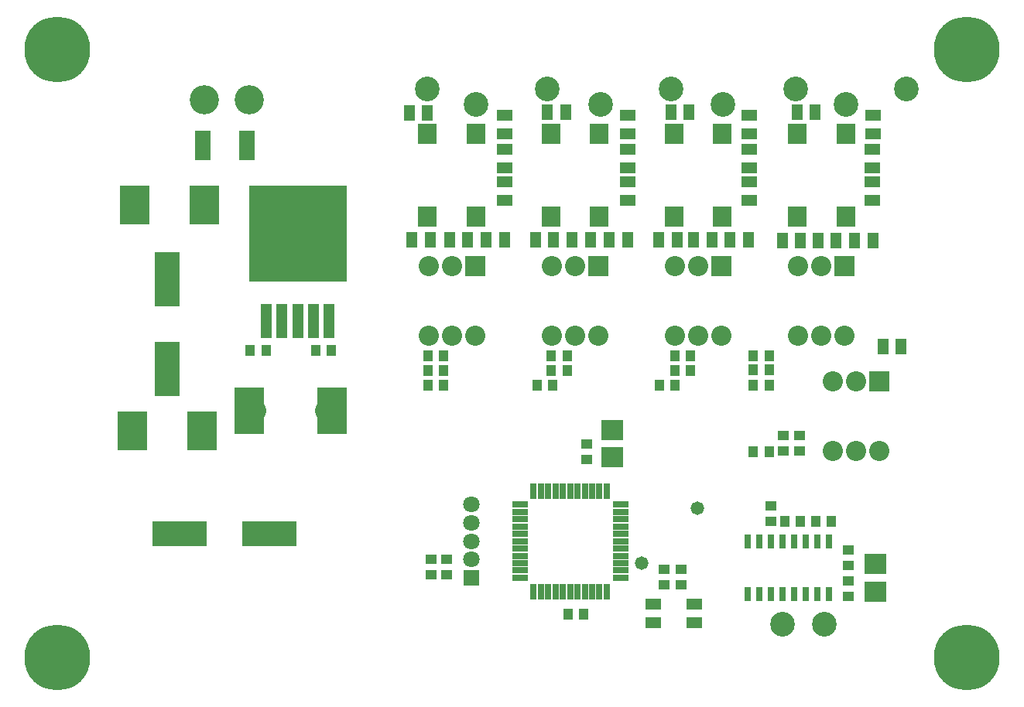
<source format=gts>
%FSLAX44Y44*%
%MOMM*%
G71*
G01*
G75*
G04 Layer_Color=8388736*
%ADD10R,1.5000X1.0000*%
%ADD11R,0.9000X1.0000*%
%ADD12R,1.0000X0.9000*%
%ADD13R,0.6000X1.3000*%
%ADD14R,2.2000X2.0000*%
%ADD15R,3.0000X4.0000*%
%ADD16R,10.5000X10.4000*%
%ADD17R,1.1000X3.5000*%
%ADD18R,3.0000X5.0000*%
%ADD19R,2.5000X5.7000*%
%ADD20R,1.6000X3.0000*%
%ADD21R,5.7000X2.5000*%
%ADD22R,1.6000X0.5000*%
%ADD23R,0.5000X1.6000*%
%ADD24R,1.0000X1.5000*%
%ADD25R,1.8000X2.0000*%
%ADD26C,1.0000*%
%ADD27C,0.5000*%
%ADD28C,0.6000*%
%ADD29C,0.4000*%
%ADD30C,7.0000*%
%ADD31C,2.5000*%
%ADD32C,3.0000*%
%ADD33C,2.0000*%
%ADD34R,1.6000X1.6000*%
%ADD35C,1.6000*%
%ADD36R,2.0000X2.0000*%
%ADD37C,1.2000*%
%ADD38C,1.2700*%
%ADD39C,0.2000*%
%ADD40C,0.2500*%
%ADD41C,0.1000*%
%ADD42C,0.2540*%
%ADD43R,1.7032X1.2032*%
%ADD44R,1.1032X1.2032*%
%ADD45R,1.2032X1.1032*%
%ADD46R,0.8032X1.5032*%
%ADD47R,2.4032X2.2032*%
%ADD48R,3.2032X4.2032*%
%ADD49R,10.7032X10.6032*%
%ADD50R,1.3032X3.7032*%
%ADD51R,3.2032X5.2032*%
%ADD52R,2.7032X5.9032*%
%ADD53R,1.8032X3.2032*%
%ADD54R,5.9032X2.7032*%
%ADD55R,1.8032X0.7032*%
%ADD56R,0.7032X1.8032*%
%ADD57R,1.2032X1.7032*%
%ADD58R,2.0032X2.2032*%
%ADD59C,7.2032*%
%ADD60C,2.7032*%
%ADD61C,3.2032*%
%ADD62C,2.2032*%
%ADD63R,1.8032X1.8032*%
%ADD64C,1.8032*%
%ADD65R,2.2032X2.2032*%
%ADD66C,1.4732*%
D43*
X901670Y546070D02*
D03*
Y566070D02*
D03*
X767000Y510510D02*
D03*
Y530510D02*
D03*
X901670Y510510D02*
D03*
Y530510D02*
D03*
X767000Y566070D02*
D03*
Y546070D02*
D03*
X767000Y603000D02*
D03*
Y583000D02*
D03*
X902000Y603000D02*
D03*
Y583000D02*
D03*
X634000Y510510D02*
D03*
Y530510D02*
D03*
X499000Y510510D02*
D03*
Y530510D02*
D03*
X634000Y566070D02*
D03*
Y546070D02*
D03*
X499000Y566070D02*
D03*
Y546070D02*
D03*
X634000Y603000D02*
D03*
Y583000D02*
D03*
X499000Y603000D02*
D03*
Y583000D02*
D03*
X707000Y68500D02*
D03*
Y47500D02*
D03*
X662000Y68500D02*
D03*
Y47500D02*
D03*
D44*
X839500Y159000D02*
D03*
X856500D02*
D03*
X805500D02*
D03*
X822500D02*
D03*
X238190Y345940D02*
D03*
X221190D02*
D03*
X292500Y346000D02*
D03*
X309500D02*
D03*
X585500Y57000D02*
D03*
X568500D02*
D03*
X668500Y308000D02*
D03*
X685500D02*
D03*
X771500Y308000D02*
D03*
X788500D02*
D03*
X685500Y340000D02*
D03*
X702500D02*
D03*
X788500D02*
D03*
X771500D02*
D03*
X702500Y324000D02*
D03*
X685500D02*
D03*
X771500Y325000D02*
D03*
X788500D02*
D03*
X534500Y308000D02*
D03*
X551500D02*
D03*
X432500D02*
D03*
X415500D02*
D03*
X550500Y340000D02*
D03*
X567500D02*
D03*
X415500D02*
D03*
X432500D02*
D03*
X567500Y324000D02*
D03*
X550500D02*
D03*
X432500D02*
D03*
X415500D02*
D03*
X771500Y235000D02*
D03*
X788500D02*
D03*
D45*
X875000Y76500D02*
D03*
Y93500D02*
D03*
Y127500D02*
D03*
Y110500D02*
D03*
X791000Y158500D02*
D03*
Y175500D02*
D03*
X589000Y226500D02*
D03*
Y243500D02*
D03*
X436000Y117500D02*
D03*
Y100500D02*
D03*
X419000Y117500D02*
D03*
Y100500D02*
D03*
X692000Y106500D02*
D03*
Y89500D02*
D03*
X674000Y106500D02*
D03*
Y89500D02*
D03*
X822000Y235500D02*
D03*
Y252500D02*
D03*
X804500D02*
D03*
Y235500D02*
D03*
D46*
X765500Y79250D02*
D03*
X778250D02*
D03*
X790950D02*
D03*
X803650D02*
D03*
X816350D02*
D03*
X829050D02*
D03*
X841750D02*
D03*
X854450D02*
D03*
X765550Y136750D02*
D03*
X778250D02*
D03*
X790950D02*
D03*
X803650D02*
D03*
X816350D02*
D03*
X829050D02*
D03*
X841750D02*
D03*
X854450D02*
D03*
D47*
X905000Y112000D02*
D03*
Y82000D02*
D03*
X617000Y229000D02*
D03*
Y259000D02*
D03*
D48*
X171000Y505000D02*
D03*
X95000D02*
D03*
X92170Y257740D02*
D03*
X168170D02*
D03*
D49*
X272870Y473650D02*
D03*
D50*
X306870Y378150D02*
D03*
X289870D02*
D03*
X272870D02*
D03*
X255870D02*
D03*
X238870D02*
D03*
D51*
X310250Y279900D02*
D03*
X220250D02*
D03*
D52*
X130170Y325580D02*
D03*
Y423580D02*
D03*
D53*
X217000Y570000D02*
D03*
X169000D02*
D03*
D54*
X144000Y145000D02*
D03*
X242000D02*
D03*
D55*
X626000Y97000D02*
D03*
Y105000D02*
D03*
Y113000D02*
D03*
Y121000D02*
D03*
Y129000D02*
D03*
Y137000D02*
D03*
Y145000D02*
D03*
Y153000D02*
D03*
Y161000D02*
D03*
Y169000D02*
D03*
Y177000D02*
D03*
X516000Y97000D02*
D03*
Y105000D02*
D03*
Y113000D02*
D03*
Y121000D02*
D03*
Y129000D02*
D03*
Y137000D02*
D03*
Y145000D02*
D03*
Y153000D02*
D03*
Y161000D02*
D03*
Y169000D02*
D03*
Y177000D02*
D03*
D56*
X531000Y82000D02*
D03*
X539000D02*
D03*
X547000D02*
D03*
X555000D02*
D03*
X563000D02*
D03*
X571000D02*
D03*
X579000D02*
D03*
X587000D02*
D03*
X595000D02*
D03*
X603000D02*
D03*
X611000D02*
D03*
X531000Y192000D02*
D03*
X539000D02*
D03*
X547000D02*
D03*
X555000D02*
D03*
X563000D02*
D03*
X571000D02*
D03*
X579000D02*
D03*
X587000D02*
D03*
X595000D02*
D03*
X603000D02*
D03*
X611000D02*
D03*
D57*
X668000Y467000D02*
D03*
X688000D02*
D03*
X803000Y466000D02*
D03*
X823000D02*
D03*
X766000Y467000D02*
D03*
X746000D02*
D03*
X902000Y466000D02*
D03*
X882000D02*
D03*
X706000Y467000D02*
D03*
X726000D02*
D03*
X842000Y466000D02*
D03*
X862000D02*
D03*
X701000Y607000D02*
D03*
X681000D02*
D03*
X839000D02*
D03*
X819000D02*
D03*
X533000Y467000D02*
D03*
X553000D02*
D03*
X398000D02*
D03*
X418000D02*
D03*
X634000D02*
D03*
X614000D02*
D03*
X499000D02*
D03*
X479000D02*
D03*
X573000D02*
D03*
X593000D02*
D03*
X439000D02*
D03*
X459000D02*
D03*
X566000Y607000D02*
D03*
X546000D02*
D03*
X395000Y606000D02*
D03*
X415000D02*
D03*
X933000Y350000D02*
D03*
X913000D02*
D03*
D58*
X684500Y582510D02*
D03*
X737500D02*
D03*
X684500Y492510D02*
D03*
X737500D02*
D03*
X819290Y582510D02*
D03*
X872290D02*
D03*
X819290Y492510D02*
D03*
X872290D02*
D03*
X549710Y582510D02*
D03*
X602710D02*
D03*
X549710Y492510D02*
D03*
X602710D02*
D03*
X414920Y582510D02*
D03*
X467920D02*
D03*
X414920Y492510D02*
D03*
X467920D02*
D03*
D59*
X1005000Y675000D02*
D03*
X10000D02*
D03*
Y10000D02*
D03*
X1005000D02*
D03*
D60*
X849000Y46000D02*
D03*
X803000D02*
D03*
X604000Y615000D02*
D03*
X738000D02*
D03*
X873000D02*
D03*
X939000Y632000D02*
D03*
X818000D02*
D03*
X681000D02*
D03*
X546000D02*
D03*
X468000Y615000D02*
D03*
X415000Y632000D02*
D03*
D61*
X171000Y620000D02*
D03*
X220000D02*
D03*
D62*
X302750Y279900D02*
D03*
X227750D02*
D03*
X685600Y362250D02*
D03*
X711000D02*
D03*
X736400D02*
D03*
X685600Y438450D02*
D03*
X711000D02*
D03*
X820390Y362250D02*
D03*
X845790D02*
D03*
X871190D02*
D03*
X820390Y438450D02*
D03*
X845790D02*
D03*
X550810Y362250D02*
D03*
X576210D02*
D03*
X601610D02*
D03*
X550810Y438450D02*
D03*
X576210D02*
D03*
X416020Y362250D02*
D03*
X441420D02*
D03*
X466820D02*
D03*
X416020Y438450D02*
D03*
X441420D02*
D03*
X858600Y235900D02*
D03*
X884000D02*
D03*
X909400D02*
D03*
X858600Y312100D02*
D03*
X884000D02*
D03*
D63*
X463000Y97000D02*
D03*
D64*
Y117000D02*
D03*
Y177000D02*
D03*
Y157000D02*
D03*
Y137000D02*
D03*
D65*
X736400Y438450D02*
D03*
X871190D02*
D03*
X601610D02*
D03*
X466820D02*
D03*
X909400Y312100D02*
D03*
D66*
X710000Y173500D02*
D03*
X649000Y113000D02*
D03*
M02*

</source>
